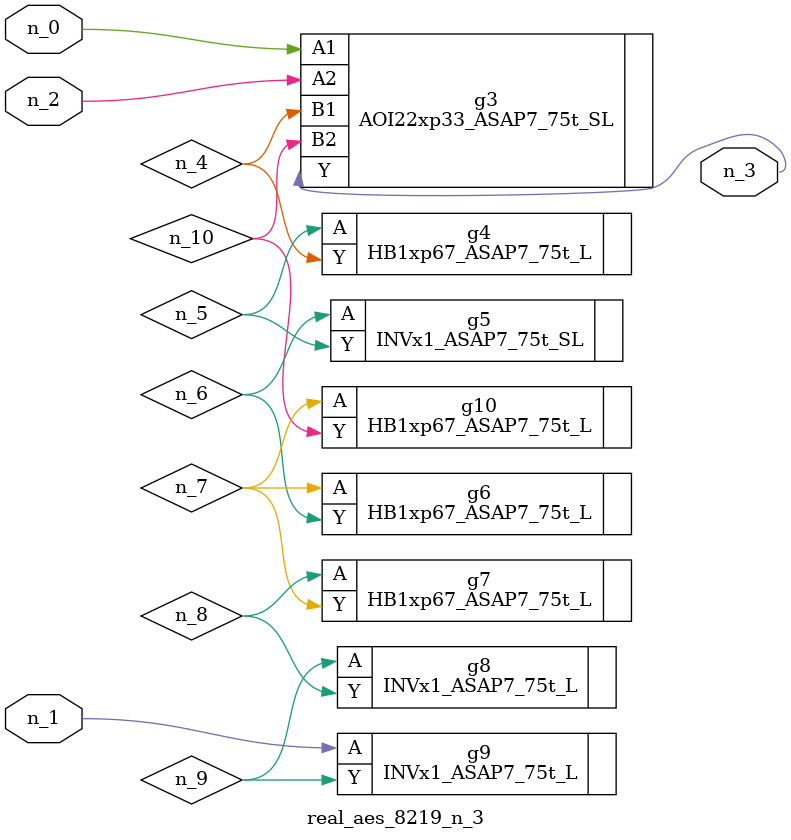
<source format=v>
module real_aes_8219_n_3 (n_0, n_2, n_1, n_3);
input n_0;
input n_2;
input n_1;
output n_3;
wire n_4;
wire n_5;
wire n_7;
wire n_8;
wire n_6;
wire n_9;
wire n_10;
AOI22xp33_ASAP7_75t_SL g3 ( .A1(n_0), .A2(n_2), .B1(n_4), .B2(n_10), .Y(n_3) );
INVx1_ASAP7_75t_L g9 ( .A(n_1), .Y(n_9) );
HB1xp67_ASAP7_75t_L g4 ( .A(n_5), .Y(n_4) );
INVx1_ASAP7_75t_SL g5 ( .A(n_6), .Y(n_5) );
HB1xp67_ASAP7_75t_L g6 ( .A(n_7), .Y(n_6) );
HB1xp67_ASAP7_75t_L g10 ( .A(n_7), .Y(n_10) );
HB1xp67_ASAP7_75t_L g7 ( .A(n_8), .Y(n_7) );
INVx1_ASAP7_75t_L g8 ( .A(n_9), .Y(n_8) );
endmodule
</source>
